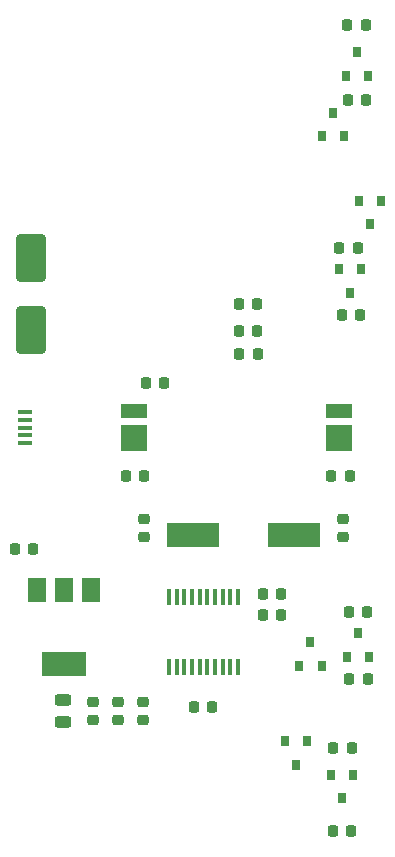
<source format=gbr>
G04 #@! TF.GenerationSoftware,KiCad,Pcbnew,(5.99.0-4013-gfd874d834)*
G04 #@! TF.CreationDate,2020-10-14T13:04:53+02:00*
G04 #@! TF.ProjectId,remote,72656d6f-7465-42e6-9b69-6361645f7063,rev?*
G04 #@! TF.SameCoordinates,Original*
G04 #@! TF.FileFunction,Paste,Top*
G04 #@! TF.FilePolarity,Positive*
%FSLAX46Y46*%
G04 Gerber Fmt 4.6, Leading zero omitted, Abs format (unit mm)*
G04 Created by KiCad (PCBNEW (5.99.0-4013-gfd874d834)) date 2020-10-14 13:04:53*
%MOMM*%
%LPD*%
G01*
G04 APERTURE LIST*
G04 Aperture macros list*
%AMRoundRect*
0 Rectangle with rounded corners*
0 $1 Rounding radius*
0 $2 $3 $4 $5 $6 $7 $8 $9 X,Y pos of 4 corners*
0 Add a 4 corners polygon primitive as box body*
4,1,4,$2,$3,$4,$5,$6,$7,$8,$9,$2,$3,0*
0 Add four circle primitives for the rounded corners*
1,1,$1+$1,$2,$3,0*
1,1,$1+$1,$4,$5,0*
1,1,$1+$1,$6,$7,0*
1,1,$1+$1,$8,$9,0*
0 Add four rect primitives between the rounded corners*
20,1,$1+$1,$2,$3,$4,$5,0*
20,1,$1+$1,$4,$5,$6,$7,0*
20,1,$1+$1,$6,$7,$8,$9,0*
20,1,$1+$1,$8,$9,$2,$3,0*%
G04 Aperture macros list end*
%ADD10R,0.800000X0.900000*%
%ADD11R,4.500000X2.000000*%
%ADD12R,0.450000X1.450000*%
%ADD13R,1.500000X2.000000*%
%ADD14R,3.800000X2.000000*%
%ADD15RoundRect,0.218750X0.218750X0.256250X-0.218750X0.256250X-0.218750X-0.256250X0.218750X-0.256250X0*%
%ADD16RoundRect,0.218750X-0.218750X-0.256250X0.218750X-0.256250X0.218750X0.256250X-0.218750X0.256250X0*%
%ADD17R,1.300000X0.450000*%
%ADD18R,2.200000X1.250000*%
%ADD19R,2.200000X2.200000*%
%ADD20RoundRect,0.218750X0.256250X-0.218750X0.256250X0.218750X-0.256250X0.218750X-0.256250X-0.218750X0*%
%ADD21RoundRect,0.218750X-0.256250X0.218750X-0.256250X-0.218750X0.256250X-0.218750X0.256250X0.218750X0*%
%ADD22RoundRect,0.243750X-0.456250X0.243750X-0.456250X-0.243750X0.456250X-0.243750X0.456250X0.243750X0*%
%ADD23RoundRect,0.250000X1.000000X-1.750000X1.000000X1.750000X-1.000000X1.750000X-1.000000X-1.750000X0*%
G04 APERTURE END LIST*
D10*
X182950000Y-92450000D03*
X183900000Y-94450000D03*
X182000000Y-94450000D03*
X179850000Y-147650000D03*
X178900000Y-145650000D03*
X180800000Y-145650000D03*
X186100000Y-101900000D03*
X185150000Y-99900000D03*
X187050000Y-99900000D03*
X181050000Y-137250000D03*
X182000000Y-139250000D03*
X180100000Y-139250000D03*
D11*
X171150000Y-128200000D03*
X179650000Y-128200000D03*
D12*
X174925000Y-139350000D03*
X174275000Y-139350000D03*
X173625000Y-139350000D03*
X172975000Y-139350000D03*
X172325000Y-139350000D03*
X171675000Y-139350000D03*
X171025000Y-139350000D03*
X170375000Y-139350000D03*
X169725000Y-139350000D03*
X169075000Y-139350000D03*
X169075000Y-133450000D03*
X169725000Y-133450000D03*
X170375000Y-133450000D03*
X171025000Y-133450000D03*
X171675000Y-133450000D03*
X172325000Y-133450000D03*
X172975000Y-133450000D03*
X173625000Y-133450000D03*
X174275000Y-133450000D03*
X174925000Y-133450000D03*
D13*
X162500000Y-132850000D03*
X157900000Y-132850000D03*
X160200000Y-132850000D03*
D14*
X160200000Y-139150000D03*
D15*
X184225000Y-91400000D03*
X185800000Y-91400000D03*
X182812500Y-123200000D03*
X184387500Y-123200000D03*
X165412500Y-123200000D03*
X166987500Y-123200000D03*
X167112500Y-115300000D03*
X168687500Y-115300000D03*
X177012500Y-133200000D03*
X178587500Y-133200000D03*
D16*
X184587500Y-146200000D03*
X183012500Y-146200000D03*
D15*
X177012500Y-135000000D03*
X178587500Y-135000000D03*
D16*
X185087500Y-103900000D03*
X183512500Y-103900000D03*
D15*
X184325000Y-140400000D03*
X185900000Y-140400000D03*
D10*
X185000000Y-87300000D03*
X185950000Y-89300000D03*
X184050000Y-89300000D03*
X183750000Y-150500000D03*
X182800000Y-148500000D03*
X184700000Y-148500000D03*
X184400000Y-107700000D03*
X183450000Y-105700000D03*
X185350000Y-105700000D03*
X185100000Y-136500000D03*
X186050000Y-138500000D03*
X184150000Y-138500000D03*
D17*
X156900000Y-120400000D03*
X156900000Y-119750000D03*
X156900000Y-119100000D03*
X156900000Y-118450000D03*
X156900000Y-117800000D03*
D18*
X183500000Y-117725000D03*
D19*
X183500000Y-120000000D03*
D18*
X166100000Y-117725000D03*
D19*
X166100000Y-120000000D03*
D15*
X184162500Y-85050000D03*
X185737500Y-85050000D03*
X175012500Y-112900000D03*
X176587500Y-112900000D03*
X174975000Y-110900000D03*
X176550000Y-110900000D03*
X174975000Y-108650000D03*
X176550000Y-108650000D03*
D20*
X167000000Y-126812500D03*
X167000000Y-128387500D03*
X183800000Y-126812500D03*
X183800000Y-128387500D03*
D15*
X182962500Y-153250000D03*
X184537500Y-153250000D03*
X171175000Y-142750000D03*
X172750000Y-142750000D03*
X183712500Y-109550000D03*
X185287500Y-109550000D03*
D21*
X166900000Y-143887500D03*
X166900000Y-142312500D03*
X164750000Y-143887500D03*
X164750000Y-142312500D03*
X162650000Y-143887500D03*
X162650000Y-142312500D03*
D22*
X160150000Y-144037500D03*
X160150000Y-142162500D03*
D15*
X156012500Y-129400000D03*
X157587500Y-129400000D03*
D23*
X157400000Y-104750000D03*
X157400000Y-110850000D03*
D15*
X184312500Y-134700000D03*
X185887500Y-134700000D03*
M02*

</source>
